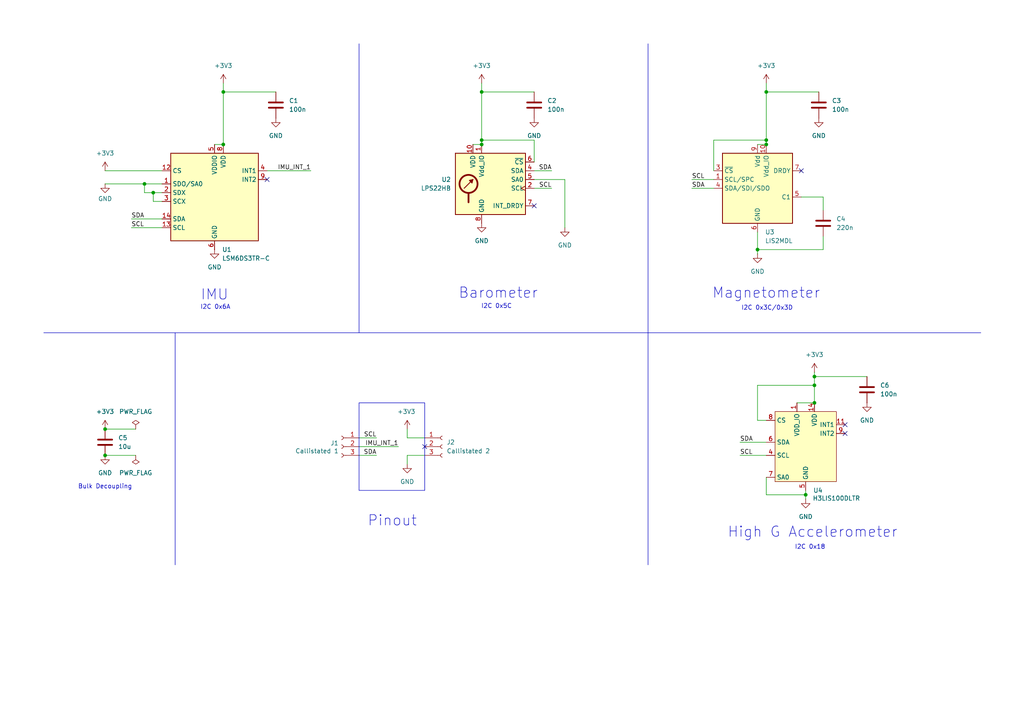
<source format=kicad_sch>
(kicad_sch (version 20231120) (generator "eeschema") (generator_version "8.0")
  (paper "A4")
  (title_block (title "MicroSense") (date "2024-04-10") (rev "C") (company "B. Redpath"))
  (lib_symbols
    (symbol "Connector:Conn_01x03_Socket" (pin_names (offset 1.016) hide)
      (property "Reference" "J" (at 0 5.08 0))
      (property "Value" "Conn_01x03_Socket" (at 0 -5.08 0))
      (symbol "Conn_01x03_Socket_1_1"
        (arc (start 0 -2.032) (mid -0.5058 -2.54) (end 0 -3.048) (stroke (width 0.1524)))
        (polyline (pts (xy -1.27 -2.54) (xy -0.508 -2.54)) (stroke (width 0.1524)))
        (polyline (pts (xy -1.27 0) (xy -0.508 0)) (stroke (width 0.1524)))
        (polyline (pts (xy -1.27 2.54) (xy -0.508 2.54)) (stroke (width 0.1524)))
        (arc (start 0 0.508) (mid -0.5058 0) (end 0 -0.508) (stroke (width 0.1524)))
        (arc (start 0 3.048) (mid -0.5058 2.54) (end 0 2.032) (stroke (width 0.1524)))
        (pin passive line (at -5.08 2.54 0) (length 3.81) (name "Pin_1") (number "1"))
        (pin passive line (at -5.08 0 0) (length 3.81) (name "Pin_2") (number "2"))
        (pin passive line (at -5.08 -2.54 0) (length 3.81) (name "Pin_3") (number "3"))
      )
    )
    (symbol "Device:C" (pin_numbers hide) (pin_names (offset 0.254))
      (property "Reference" "C" (at 0.635 2.54 0))
      (property "Value" "C" (at 0.635 -2.54 0))
      (symbol "C_0_1"
        (polyline (pts (xy -2.032 -0.762) (xy 2.032 -0.762)) (stroke (width 0.508)))
        (polyline (pts (xy -2.032 0.762) (xy 2.032 0.762)) (stroke (width 0.508)))
      )
      (symbol "C_1_1"
        (pin passive line (at 0 3.81 270) (length 2.794) (name "~") (number "1"))
        (pin passive line (at 0 -3.81 90) (length 2.794) (name "~") (number "2"))
      )
    )
    (symbol "Sensor_Magnetic:LIS2MDL"
      (property "Reference" "U" (at -8.89 11.43 0))
      (property "Value" "LIS2MDL" (at 7.62 11.43 0))
      (symbol "LIS2MDL_0_1"
        (rectangle (start -10.16 10.16) (end 10.16 -10.16) (stroke (width 0.254)) (fill (type background)))
      )
      (symbol "LIS2MDL_1_1"
        (pin input line (at -12.7 2.54 0) (length 2.54) (name "SCL/SPC") (number "1"))
        (pin power_in line (at 2.54 12.7 270) (length 2.54) (name "Vdd_IO") (number "10"))
        (pin no_connect line (at -10.16 -7.62 0) (length 2.54) hide (name "NC") (number "11"))
        (pin no_connect line (at 10.16 -7.62 180) (length 2.54) hide (name "NC") (number "12"))
        (pin no_connect line (at -10.16 -5.08 0) (length 2.54) hide (name "NC") (number "2"))
        (pin input line (at -12.7 5.08 0) (length 2.54) (name "~{CS}") (number "3"))
        (pin bidirectional line (at -12.7 0 0) (length 2.54) (name "SDA/SDI/SDO") (number "4"))
        (pin power_out line (at 12.7 -2.54 180) (length 2.54) (name "C1") (number "5"))
        (pin power_in line (at 0 -12.7 90) (length 2.54) (name "GND") (number "6"))
        (pin output line (at 12.7 5.08 180) (length 2.54) (name "DRDY") (number "7"))
        (pin passive line (at 0 -12.7 90) (length 2.54) hide (name "GND") (number "8"))
        (pin power_in line (at 0 12.7 270) (length 2.54) (name "Vdd") (number "9"))
      )
    )
    (symbol "Sensor_Motion:H3LIS100DLTR"
      (property "Reference" "U" (at -8.382 11.176 0))
      (symbol "H3LIS100DLTR_1_1"
        (rectangle (start -8.89 10.16) (end 8.89 -10.16) (fill (type background)))
        (pin power_in line (at -2.54 12.7 270) (length 2.54) (name "VDD_IO") (number "1"))
        (pin input line (at 0 -12.7 90) (length 2.54) hide (name "RES_GND") (number "10"))
        (pin input line (at 11.43 6.35 180) (length 2.54) (name "INT1") (number "11"))
        (pin power_in line (at 0 -12.7 90) (length 2.54) hide (name "GND") (number "12"))
        (pin power_in line (at 0 -12.7 90) (length 2.54) hide (name "GND") (number "13"))
        (pin power_in line (at 2.54 12.7 270) (length 2.54) (name "VDD") (number "14"))
        (pin input line (at 2.54 12.7 270) (length 2.54) hide (name "RES_VDD") (number "15"))
        (pin power_in line (at 0 -12.7 90) (length 2.54) hide (name "GND") (number "16"))
        (pin input line (at -11.43 -2.54 0) (length 2.54) (name "SCL") (number "4"))
        (pin power_in line (at 0 -12.7 90) (length 2.54) (name "GND") (number "5"))
        (pin input line (at -11.43 1.27 0) (length 2.54) (name "SDA") (number "6"))
        (pin input line (at -11.43 -8.89 0) (length 2.54) (name "SA0") (number "7"))
        (pin input line (at -11.43 7.62 0) (length 2.54) (name "CS") (number "8"))
        (pin input line (at 11.43 3.81 180) (length 2.54) (name "INT2") (number "9"))
      )
    )
    (symbol "Sensor_Motion:LSM6DS3"
      (property "Reference" "U3" (at 2.1941 -15.24 0))
      (property "Value" "LSM6DSO32" (at 2.1941 -17.78 0))
      (symbol "LSM6DS3_0_1"
        (rectangle (start -12.7 12.7) (end 12.7 -12.7) (stroke (width 0.254)) (fill (type background)))
      )
      (symbol "LSM6DS3_1_1"
        (pin bidirectional line (at -15.24 3.81 0) (length 2.54) (name "SDO/SA0") (number "1"))
        (pin no_connect line (at 12.7 -5.08 180) (length 3.81) hide (name "NC") (number "10"))
        (pin no_connect line (at 12.7 -2.54 180) (length 3.81) hide (name "NC") (number "11"))
        (pin input line (at -15.24 7.62 0) (length 2.54) (name "CS") (number "12"))
        (pin input line (at -15.24 -8.89 0) (length 2.54) (name "SCL") (number "13"))
        (pin bidirectional line (at -15.24 -6.35 0) (length 2.54) (name "SDA") (number "14"))
        (pin bidirectional line (at -15.24 1.27 0) (length 2.54) (name "SDX") (number "2"))
        (pin input line (at -15.24 -1.27 0) (length 2.54) (name "SCX") (number "3"))
        (pin output line (at 15.24 7.62 180) (length 2.54) (name "INT1") (number "4"))
        (pin power_in line (at 0 15.24 270) (length 2.54) (name "VDDIO") (number "5"))
        (pin power_in line (at 0 -15.24 90) (length 2.54) (name "GND") (number "6"))
        (pin passive line (at 0 -15.24 90) (length 2.54) hide (name "GND") (number "7"))
        (pin power_in line (at 2.54 15.24 270) (length 2.54) (name "VDD") (number "8"))
        (pin output line (at 15.24 5.08 180) (length 2.54) (name "INT2") (number "9"))
      )
    )
    (symbol "Sensor_Pressure:LPS22HB"
      (property "Reference" "U1" (at -11.43 2.5401 0))
      (property "Value" "LPS22HB" (at -11.43 0.0001 0))
      (symbol "LPS22HB_0_1"
        (rectangle (start -10.16 10.16) (end 10.16 -7.62) (stroke (width 0.254)) (fill (type background)))
        (circle (center -6.35 1.27) (radius 2.6162) (stroke (width 0.508)))
        (polyline (pts (xy -7.62 0) (xy -5.08 2.54)) (stroke (width 0.254)))
        (polyline (pts (xy -6.35 -1.524) (xy -6.35 -4.064)) (stroke (width 0.508)))
        (polyline (pts (xy -5.08 2.54) (xy -5.334 1.524) (xy -6.096 2.286) (xy -5.08 2.54)) (stroke (width 0.254)) (fill (type outline)))
      )
      (symbol "LPS22HB_1_1"
        (pin power_in line (at -2.54 12.7 270) (length 2.54) (name "Vdd_IO") (number "1"))
        (pin power_in line (at -5.08 12.7 270) (length 2.54) (name "VDD") (number "10"))
        (pin input clock (at 12.7 0 180) (length 2.54) (name "SCL") (number "2"))
        (pin passive line (at -2.54 -10.16 90) (length 2.54) hide (name "GND") (number "3"))
        (pin bidirectional line (at 12.7 5.08 180) (length 2.54) (name "SDA") (number "4"))
        (pin input line (at 12.7 2.54 180) (length 2.54) (name "SA0") (number "5"))
        (pin input line (at 12.7 7.62 180) (length 2.54) (name "~{CS}") (number "6"))
        (pin output line (at 12.7 -5.08 180) (length 2.54) (name "INT_DRDY") (number "7"))
        (pin power_in line (at -2.54 -10.16 90) (length 2.54) (name "GND") (number "8"))
        (pin passive line (at -2.54 -10.16 90) (length 2.54) hide (name "GND") (number "9"))
      )
    )
    (symbol "power:+3V3" (power) (pin_numbers hide) (pin_names (offset 0) hide)
      (property "Value" "+3V3" (at 0 3.556 0))
      (symbol "+3V3_0_1"
        (polyline (pts (xy -0.762 1.27) (xy 0 2.54)))
        (polyline (pts (xy 0 0) (xy 0 2.54)))
        (polyline (pts (xy 0 2.54) (xy 0.762 1.27)))
      )
      (symbol "+3V3_1_1"
        (pin power_in line (at 0 0 90) (length 0) (name "~") (number "1"))
      )
    )
    (symbol "power:GND" (power) (pin_numbers hide) (pin_names (offset 0) hide)
      (property "Value" "GND" (at 0 -3.81 0))
      (symbol "GND_0_1"
        (polyline (pts (xy 0 0) (xy 0 -1.27) (xy 1.27 -1.27) (xy 0 -2.54) (xy -1.27 -1.27) (xy 0 -1.27)))
      )
      (symbol "GND_1_1"
        (pin power_in line (at 0 0 270) (length 0) (name "~") (number "1"))
      )
    )
    (symbol "power:PWR_FLAG" (power) (pin_numbers hide) (pin_names (offset 0) hide)
      (property "Value" "PWR_FLAG" (at 0 3.81 0))
      (symbol "PWR_FLAG_0_0"
        (pin power_out line (at 0 0 90) (length 0) (name "~") (number "1"))
      )
      (symbol "PWR_FLAG_0_1"
        (polyline (pts (xy 0 0) (xy 0 1.27) (xy -1.016 1.905) (xy 0 2.54) (xy 1.016 1.905) (xy 0 1.27)))
      )
    )
  )
  (junction (at 139.7 40.64))
  (junction (at 219.71 72.39))
  (junction (at 64.77 41.91))
  (junction (at 44.45 55.88))
  (junction (at 222.25 40.64))
  (junction (at 30.48 124.46))
  (junction (at 236.22 116.84))
  (junction (at 222.25 26.67))
  (junction (at 236.22 109.22))
  (junction (at 222.25 41.91))
  (junction (at 41.91 53.34))
  (junction (at 236.22 111.76))
  (junction (at 64.77 26.67))
  (junction (at 139.7 41.91))
  (junction (at 30.48 132.08))
  (junction (at 233.68 143.51))
  (junction (at 139.7 26.67))
  (no_connect (at 77.47 52.07))
  (no_connect (at 232.41 49.53))
  (no_connect (at 245.11 123.19))
  (no_connect (at 245.11 125.73))
  (no_connect (at 123.19 129.54))
  (no_connect (at 154.94 59.69))
  (wire (pts (xy 222.25 40.64) (xy 222.25 41.91)))
  (wire (pts (xy 200.66 52.07) (xy 207.01 52.07)))
  (wire (pts (xy 236.22 111.76) (xy 236.22 116.84)))
  (wire (pts (xy 233.68 143.51) (xy 233.68 142.24)))
  (wire (pts (xy 41.91 53.34) (xy 30.48 53.34)))
  (wire (pts (xy 154.94 40.64) (xy 139.7 40.64)))
  (wire (pts (xy 139.7 26.67) (xy 154.94 26.67)))
  (wire (pts (xy 38.1 66.04) (xy 46.99 66.04)))
  (wire (pts (xy 214.63 128.27) (xy 222.25 128.27)))
  (wire (pts (xy 236.22 109.22) (xy 236.22 111.76)))
  (wire (pts (xy 219.71 121.92) (xy 222.25 121.92)))
  (wire (pts (xy 207.01 49.53) (xy 207.01 40.64)))
  (wire (pts (xy 139.7 24.13) (xy 139.7 26.67)))
  (wire (pts (xy 154.94 46.99) (xy 154.94 40.64)))
  (polyline (pts (xy 104.14 12.7) (xy 104.14 96.52)))
  (wire (pts (xy 154.94 49.53) (xy 160.02 49.53)))
  (wire (pts (xy 207.01 40.64) (xy 222.25 40.64)))
  (wire (pts (xy 231.14 116.84) (xy 236.22 116.84)))
  (wire (pts (xy 118.11 132.08) (xy 123.19 132.08)))
  (wire (pts (xy 238.76 57.15) (xy 232.41 57.15)))
  (wire (pts (xy 77.47 49.53) (xy 90.17 49.53)))
  (wire (pts (xy 44.45 55.88) (xy 44.45 58.42)))
  (wire (pts (xy 233.68 144.78) (xy 233.68 143.51)))
  (wire (pts (xy 222.25 26.67) (xy 237.49 26.67)))
  (wire (pts (xy 137.16 41.91) (xy 139.7 41.91)))
  (wire (pts (xy 238.76 60.96) (xy 238.76 57.15)))
  (wire (pts (xy 41.91 55.88) (xy 44.45 55.88)))
  (wire (pts (xy 236.22 109.22) (xy 251.46 109.22)))
  (wire (pts (xy 44.45 55.88) (xy 46.99 55.88)))
  (wire (pts (xy 62.23 41.91) (xy 64.77 41.91)))
  (polyline (pts (xy 50.8 96.52) (xy 50.8 163.83)))
  (wire (pts (xy 30.48 132.08) (xy 39.37 132.08)))
  (wire (pts (xy 139.7 26.67) (xy 139.7 40.64)))
  (wire (pts (xy 104.14 127) (xy 109.22 127)))
  (wire (pts (xy 236.22 107.95) (xy 236.22 109.22)))
  (wire (pts (xy 219.71 41.91) (xy 222.25 41.91)))
  (wire (pts (xy 154.94 52.07) (xy 163.83 52.07)))
  (wire (pts (xy 222.25 26.67) (xy 222.25 40.64)))
  (wire (pts (xy 200.66 54.61) (xy 207.01 54.61)))
  (wire (pts (xy 118.11 127) (xy 123.19 127)))
  (wire (pts (xy 30.48 124.46) (xy 39.37 124.46)))
  (wire (pts (xy 64.77 26.67) (xy 80.01 26.67)))
  (wire (pts (xy 219.71 121.92) (xy 219.71 111.76)))
  (wire (pts (xy 238.76 68.58) (xy 238.76 72.39)))
  (wire (pts (xy 219.71 73.66) (xy 219.71 72.39)))
  (wire (pts (xy 139.7 40.64) (xy 139.7 41.91)))
  (wire (pts (xy 38.1 63.5) (xy 46.99 63.5)))
  (wire (pts (xy 44.45 58.42) (xy 46.99 58.42)))
  (polyline (pts (xy 12.7 96.52) (xy 284.48 96.52)))
  (wire (pts (xy 219.71 72.39) (xy 219.71 67.31)))
  (wire (pts (xy 154.94 54.61) (xy 160.02 54.61)))
  (wire (pts (xy 219.71 111.76) (xy 236.22 111.76)))
  (wire (pts (xy 41.91 53.34) (xy 41.91 55.88)))
  (polyline (pts (xy 187.96 96.52) (xy 187.96 163.83)))
  (wire (pts (xy 46.99 53.34) (xy 41.91 53.34)))
  (wire (pts (xy 30.48 49.53) (xy 46.99 49.53)))
  (wire (pts (xy 222.25 138.43) (xy 222.25 143.51)))
  (wire (pts (xy 163.83 52.07) (xy 163.83 66.04)))
  (wire (pts (xy 118.11 124.46) (xy 118.11 127)))
  (wire (pts (xy 222.25 24.13) (xy 222.25 26.67)))
  (polyline (pts (xy 187.96 12.7) (xy 187.96 96.52)))
  (wire (pts (xy 64.77 24.13) (xy 64.77 26.67)))
  (wire (pts (xy 238.76 72.39) (xy 219.71 72.39)))
  (wire (pts (xy 64.77 26.67) (xy 64.77 41.91)))
  (wire (pts (xy 222.25 143.51) (xy 233.68 143.51)))
  (wire (pts (xy 118.11 132.08) (xy 118.11 134.62)))
  (wire (pts (xy 104.14 132.08) (xy 109.22 132.08)))
  (wire (pts (xy 214.63 132.08) (xy 222.25 132.08)))
  (wire (pts (xy 104.14 129.54) (xy 115.57 129.54)))
  (rectangle (start 104.14 116.84) (end 123.19 142.24))
  (text "Barometer" (at 144.526 85.09 0) (effects (font (size 3 3))))
  (text "IMU" (at 62.23 85.598 0) (effects (font (size 3 3))))
  (text "I2C 0x6A" (at 62.484 89.154 0) (effects (font (size 1.27 1.27))))
  (text "Bulk Decoupling" (at 30.48 141.224 0) (effects (font (size 1.27 1.27))))
  (text "Pinout" (at 113.792 151.13 0) (effects (font (size 3 3))))
  (text "I2C 0x18" (at 234.95 158.75 0) (effects (font (size 1.27 1.27))))
  (text "I2C 0x5C" (at 144.018 88.9 0) (effects (font (size 1.27 1.27))))
  (text "High G Accelerometer" (at 235.712 154.432 0) (effects (font (size 3 3))))
  (text "Magnetometer" (at 222.25 85.09 0) (effects (font (size 3 3))))
  (text "I2C 0x3C/0x3D" (at 222.504 89.408 0) (effects (font (size 1.27 1.27))))
  (label "IMU_INT_1" (at 90.17 49.53 180))
  (label "IMU_INT_1" (at 115.57 129.54 180))
  (label "SCL" (at 109.22 127 180))
  (label "SCL" (at 160.02 54.61 180))
  (label "SDA" (at 214.63 128.27 0))
  (label "SCL" (at 200.66 52.07 0))
  (label "SDA" (at 38.1 63.5 0))
  (label "SDA" (at 160.02 49.53 180))
  (label "SCL" (at 214.63 132.08 0))
  (label "SDA" (at 109.22 132.08 180))
  (label "SCL" (at 38.1 66.04 0))
  (label "SDA" (at 200.66 54.61 0))
  (symbol (lib_id "Device:C") (at 30.48 128.27 0) (unit 1)
    (property "Reference" "C5" (at 34.29 126.9999 0) (effects (justify left)))
    (property "Value" "10u" (at 34.29 129.5399 0) (effects (justify left)))
    (property "Footprint" "Capacitor_SMD:C_0402_1005Metric" (effects (hide yes)))
    (property "Description" "Unpolarized capacitor" (effects (hide yes)))
  )
  (symbol (lib_id "Device:C") (at 238.76 64.77 0) (unit 1)
    (property "Reference" "C4" (at 242.57 63.4999 0) (effects (justify left)))
    (property "Value" "220n" (at 242.57 66.0399 0) (effects (justify left)))
    (property "Footprint" "Capacitor_SMD:C_0402_1005Metric" (effects (hide yes)))
    (property "Description" "Unpolarized capacitor" (effects (hide yes)))
  )
  (symbol (lib_id "power:GND") (at 237.49 34.29 0) (unit 1)
    (property "Reference" "#PWR06" (effects (hide yes)))
    (property "Value" "GND" (at 237.49 39.37 0))
    (property "Description" "Power symbol creates a global label with name \"GND\" , ground" (effects (hide yes)))
  )
  (symbol (lib_id "power:+3V3") (at 139.7 24.13 0) (unit 1)
    (property "Reference" "#PWR02" (effects (hide yes)))
    (property "Value" "+3V3" (at 139.7 19.05 0))
    (property "Description" "Power symbol creates a global label with name \"+3V3\"" (effects (hide yes)))
  )
  (symbol (lib_id "power:GND") (at 30.48 53.34 0) (unit 1)
    (property "Reference" "#PWR08" (effects (hide yes)))
    (property "Value" "GND" (at 30.48 57.658 0))
    (property "Description" "Power symbol creates a global label with name \"GND\" , ground" (effects (hide yes)))
  )
  (symbol (lib_id "power:+3V3") (at 118.11 124.46 0) (unit 1)
    (property "Reference" "#PWR013" (effects (hide yes)))
    (property "Value" "+3V3" (at 117.856 119.38 0))
    (property "Description" "Power symbol creates a global label with name \"+3V3\"" (effects (hide yes)))
  )
  (symbol (lib_id "Connector:Conn_01x03_Socket") (at 128.27 129.54 0) (unit 1)
    (property "Reference" "J2" (at 129.54 128.2699 0) (effects (justify left)))
    (property "Value" "Callistated 2" (at 129.54 130.8099 0) (effects (justify left)))
    (property "Footprint" "Connector_PinSocket_2.54mm:PinSocket_1x03_P2.54mm_Vertical" (effects (hide yes)))
    (property "Description" "Generic connector, single row, 01x03, script generated" (effects (hide yes)))
  )
  (symbol (lib_id "power:GND") (at 251.46 116.84 0) (unit 1)
    (property "Reference" "#PWR019" (effects (hide yes)))
    (property "Value" "GND" (at 251.46 121.92 0))
    (property "Description" "Power symbol creates a global label with name \"GND\" , ground" (effects (hide yes)))
  )
  (symbol (lib_id "Sensor_Pressure:LPS22HB") (at 142.24 54.61 0) (unit 1)
    (property "Reference" "U2" (at 130.81 52.0699 0) (effects (justify right)))
    (property "Value" "LPS22HB" (at 130.81 54.6099 0) (effects (justify right)))
    (property "Footprint" "Package_LGA:ST_HLGA-10_2x2mm_P0.5mm_LayoutBorder3x2y" (effects (hide yes)))
    (property "Datasheet" "https://www.st.com/resource/en/datasheet/lps22hb.pdf" (effects (hide yes)))
    (property "Description" "MEMS nano pressure sensor, 260-1260 hPa, absolute digital output baromeeter, 24 bit, SPI, I2C, 0.0075 hPa noise rms, ST_HLGA-10L" (effects (hide yes)))
    (property "I2C" "0x5C" (effects (hide yes)))
    (property "MPN" "C94049" (effects (hide yes)))
  )
  (symbol (lib_id "power:GND") (at 139.7 64.77 0) (unit 1)
    (property "Reference" "#PWR09" (effects (hide yes)))
    (property "Value" "GND" (at 139.7 69.85 0))
    (property "Description" "Power symbol creates a global label with name \"GND\" , ground" (effects (hide yes)))
  )
  (symbol (lib_id "Device:C") (at 154.94 30.48 0) (unit 1)
    (property "Reference" "C2" (at 158.75 29.2099 0) (effects (justify left)))
    (property "Value" "100n" (at 158.75 31.7499 0) (effects (justify left)))
    (property "Footprint" "Capacitor_SMD:C_0402_1005Metric" (effects (hide yes)))
    (property "Description" "Unpolarized capacitor" (effects (hide yes)))
  )
  (symbol (lib_id "Device:C") (at 251.46 113.03 0) (unit 1)
    (property "Reference" "C6" (at 255.27 111.7599 0) (effects (justify left)))
    (property "Value" "100n" (at 255.27 114.2999 0) (effects (justify left)))
    (property "Footprint" "Capacitor_SMD:C_0402_1005Metric" (effects (hide yes)))
    (property "Description" "Unpolarized capacitor" (effects (hide yes)))
  )
  (symbol (lib_id "Sensor_Motion:H3LIS100DLTR") (at 233.68 129.54 0) (unit 1)
    (property "Reference" "U4" (at 235.8741 142.24 0) (effects (justify left)))
    (property "Value" "H3LIS100DLTR" (at 235.712 144.526 0) (effects (justify left)))
    (property "Footprint" "Package_LGA:LGA-16_3x3mm_P0.5mm_LayoutBorder3x5y" (effects (hide yes)))
    (property "Datasheet" "https://wmsc.lcsc.com/wmsc/upload/file/pdf/v2/lcsc/2106080035_STMicroelectronics-H3LIS100DLTR_C2655068.pdf" (effects (hide yes)))
    (property "I2C" "0x18" (effects (hide yes)))
    (property "MPN" "C2655068" (effects (hide yes)))
  )
  (symbol (lib_id "power:+3V3") (at 222.25 24.13 0) (unit 1)
    (property "Reference" "#PWR03" (effects (hide yes)))
    (property "Value" "+3V3" (at 222.25 19.05 0))
    (property "Description" "Power symbol creates a global label with name \"+3V3\"" (effects (hide yes)))
  )
  (symbol (lib_id "power:GND") (at 233.68 144.78 0) (unit 1)
    (property "Reference" "#PWR017" (effects (hide yes)))
    (property "Value" "GND" (at 233.68 149.86 0))
    (property "Description" "Power symbol creates a global label with name \"GND\" , ground" (effects (hide yes)))
  )
  (symbol (lib_id "Device:C") (at 237.49 30.48 0) (unit 1)
    (property "Reference" "C3" (at 241.3 29.2099 0) (effects (justify left)))
    (property "Value" "100n" (at 241.3 31.7499 0) (effects (justify left)))
    (property "Footprint" "Capacitor_SMD:C_0402_1005Metric" (effects (hide yes)))
    (property "Description" "Unpolarized capacitor" (effects (hide yes)))
  )
  (symbol (lib_id "power:+3V3") (at 30.48 49.53 0) (unit 1)
    (property "Reference" "#PWR07" (effects (hide yes)))
    (property "Value" "+3V3" (at 30.48 44.45 0))
    (property "Description" "Power symbol creates a global label with name \"+3V3\"" (effects (hide yes)))
  )
  (symbol (lib_id "power:+3V3") (at 236.22 107.95 0) (unit 1)
    (property "Reference" "#PWR018" (effects (hide yes)))
    (property "Value" "+3V3" (at 236.22 102.87 0))
    (property "Description" "Power symbol creates a global label with name \"+3V3\"" (effects (hide yes)))
  )
  (symbol (lib_id "power:GND") (at 219.71 73.66 0) (unit 1)
    (property "Reference" "#PWR012" (effects (hide yes)))
    (property "Value" "GND" (at 219.71 78.74 0))
    (property "Description" "Power symbol creates a global label with name \"GND\" , ground" (effects (hide yes)))
  )
  (symbol (lib_id "power:PWR_FLAG") (at 39.37 132.08 180) (unit 1)
    (property "Reference" "#FLG02" (effects (hide yes)))
    (property "Value" "PWR_FLAG" (at 39.37 137.16 0))
    (property "Description" "Special symbol for telling ERC where power comes from" (effects (hide yes)))
  )
  (symbol (lib_id "power:GND") (at 62.23 72.39 0) (unit 1)
    (property "Reference" "#PWR011" (effects (hide yes)))
    (property "Value" "GND" (at 62.23 77.47 0))
    (property "Description" "Power symbol creates a global label with name \"GND\" , ground" (effects (hide yes)))
  )
  (symbol (lib_id "power:GND") (at 118.11 134.62 0) (unit 1)
    (property "Reference" "#PWR016" (effects (hide yes)))
    (property "Value" "GND" (at 118.11 139.7 0))
    (property "Description" "Power symbol creates a global label with name \"GND\" , ground" (effects (hide yes)))
  )
  (symbol (lib_id "Sensor_Magnetic:LIS2MDL") (at 219.71 54.61 0) (unit 1)
    (property "Reference" "U3" (at 221.9041 67.31 0) (effects (justify left)))
    (property "Value" "LIS2MDL" (at 221.9041 69.85 0) (effects (justify left)))
    (property "Footprint" "Package_LGA:LGA-12_2x2mm_P0.5mm" (effects (hide yes)))
    (property "Datasheet" "https://www.st.com/resource/en/datasheet/lis2mdl.pdf" (effects (hide yes)))
    (property "Description" "Ultra-low-power, 3-axis digital output magnetometer, LGA-12" (effects (hide yes)))
    (property "I2C" "0x3C & 0x3D" (effects (hide yes)))
    (property "MPN" "C919695" (effects (hide yes)))
  )
  (symbol (lib_id "power:+3V3") (at 30.48 124.46 0) (unit 1)
    (property "Reference" "#PWR014" (effects (hide yes)))
    (property "Value" "+3V3" (at 30.48 119.38 0))
    (property "Description" "Power symbol creates a global label with name \"+3V3\"" (effects (hide yes)))
  )
  (symbol (lib_id "power:GND") (at 80.01 34.29 0) (unit 1)
    (property "Reference" "#PWR04" (effects (hide yes)))
    (property "Value" "GND" (at 80.01 39.37 0))
    (property "Description" "Power symbol creates a global label with name \"GND\" , ground" (effects (hide yes)))
  )
  (symbol (lib_id "power:+3V3") (at 64.77 24.13 0) (unit 1)
    (property "Reference" "#PWR01" (effects (hide yes)))
    (property "Value" "+3V3" (at 64.77 19.05 0))
    (property "Description" "Power symbol creates a global label with name \"+3V3\"" (effects (hide yes)))
  )
  (symbol (lib_id "Sensor_Motion:LSM6DS3") (at 62.23 57.15 0) (unit 1)
    (property "Reference" "U1" (at 64.4241 72.39 0) (effects (justify left)))
    (property "Value" "LSM6DS3TR-C" (at 64.4241 74.93 0) (effects (justify left)))
    (property "Footprint" "Package_LGA:LGA-14_3x2.5mm_P0.5mm_LayoutBorder3x4y" (effects (hide yes)))
    (property "Datasheet" "https://www.st.com/resource/en/datasheet/lsm6ds3tr-c.pdf" (effects (hide yes)))
    (property "Description" "I2C/SPI, iNEMO inertial module: always-on 3D accelerometer and 3D gyroscope" (effects (hide yes)))
    (property "I2C" "0x6A" (effects (hide yes)))
    (property "MPN" "C967633" (effects (hide yes)))
  )
  (symbol (lib_id "power:PWR_FLAG") (at 39.37 124.46 0) (unit 1)
    (property "Reference" "#FLG01" (effects (hide yes)))
    (property "Value" "PWR_FLAG" (at 39.37 119.38 0))
    (property "Description" "Special symbol for telling ERC where power comes from" (effects (hide yes)))
  )
  (symbol (lib_id "Connector:Conn_01x03_Socket") (at 99.06 129.54 0) (mirror y) (unit 1)
    (property "Reference" "J1" (at 97.028 128.524 0))
    (property "Value" "Callistated 1" (at 91.948 130.81 0))
    (property "Footprint" "Connector_PinSocket_2.54mm:PinSocket_1x03_P2.54mm_Vertical" (effects (hide yes)))
    (property "Description" "Generic connector, single row, 01x03, script generated" (effects (hide yes)))
  )
  (symbol (lib_id "power:GND") (at 30.48 132.08 0) (unit 1)
    (property "Reference" "#PWR015" (effects (hide yes)))
    (property "Value" "GND" (at 30.48 137.16 0))
    (property "Description" "Power symbol creates a global label with name \"GND\" , ground" (effects (hide yes)))
  )
  (symbol (lib_id "Device:C") (at 80.01 30.48 0) (unit 1)
    (property "Reference" "C1" (at 83.82 29.2099 0) (effects (justify left)))
    (property "Value" "100n" (at 83.82 31.7499 0) (effects (justify left)))
    (property "Footprint" "Capacitor_SMD:C_0402_1005Metric" (effects (hide yes)))
    (property "Description" "Unpolarized capacitor" (effects (hide yes)))
  )
  (symbol (lib_id "power:GND") (at 154.94 34.29 0) (unit 1)
    (property "Reference" "#PWR05" (effects (hide yes)))
    (property "Value" "GND" (at 154.94 39.37 0))
    (property "Description" "Power symbol creates a global label with name \"GND\" , ground" (effects (hide yes)))
  )
  (symbol (lib_id "power:GND") (at 163.83 66.04 0) (unit 1)
    (property "Reference" "#PWR010" (effects (hide yes)))
    (property "Value" "GND" (at 163.83 71.12 0))
    (property "Description" "Power symbol creates a global label with name \"GND\" , ground" (effects (hide yes)))
  )
)
</source>
